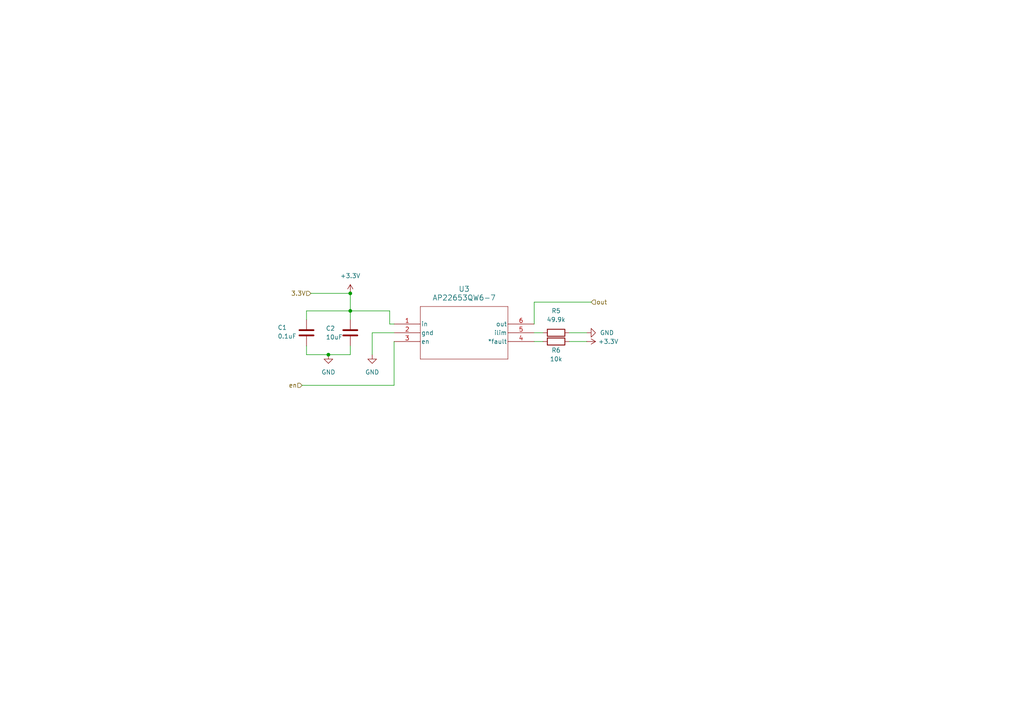
<source format=kicad_sch>
(kicad_sch (version 20250114) (generator "eeschema") (generator_version "9.0")
  (paper "A4")
  (lib_symbols
    (symbol "Device:C" (pin_numbers (hide yes)) (pin_names (offset 0.254))
      (property "Reference" "C" (at 0.635 2.54 0))
      (property "Value" "C" (at 0.635 -2.54 0))
      (symbol "C_0_1"
        (polyline (pts (xy -2.032 0.762) (xy 2.032 0.762)) (stroke (width 0.508)))
        (polyline (pts (xy -2.032 -0.762) (xy 2.032 -0.762)) (stroke (width 0.508)))
      )
      (symbol "C_1_1"
        (pin passive line (at 0 3.81 270) (length 2.794) (name "~") (number "1"))
        (pin passive line (at 0 -3.81 90) (length 2.794) (name "~") (number "2"))
      )
    )
    (symbol "Device:R" (pin_numbers (hide yes)) (pin_names (offset 0))
      (property "Reference" "R" (at 2.032 0 90))
      (property "Value" "R" (at 0 0 90))
      (symbol "R_0_1"
        (rectangle (start -1.016 -2.54) (end 1.016 2.54) (stroke (width 0.254)))
      )
      (symbol "R_1_1"
        (pin passive line (at 0 3.81 270) (length 1.27) (name "~") (number "1"))
        (pin passive line (at 0 -3.81 90) (length 1.27) (name "~") (number "2"))
      )
    )
    (symbol "power:+3.3V" (power) (pin_numbers (hide yes)) (pin_names (offset 0) (hide yes))
      (property "Value" "+3.3V" (at 0 3.556 0))
      (symbol "+3.3V_0_1"
        (polyline (pts (xy -0.762 1.27) (xy 0 2.54)))
        (polyline (pts (xy 0 2.54) (xy 0.762 1.27)))
        (polyline (pts (xy 0 0) (xy 0 2.54)))
      )
      (symbol "+3.3V_1_1"
        (pin power_in line (at 0 0 90) (length 0) (name "~") (number "1"))
      )
    )
    (symbol "power:GND" (power) (pin_numbers (hide yes)) (pin_names (offset 0) (hide yes))
      (property "Value" "GND" (at 0 -3.81 0))
      (symbol "GND_0_1"
        (polyline (pts (xy 0 0) (xy 0 -1.27) (xy 1.27 -1.27) (xy 0 -2.54) (xy -1.27 -1.27) (xy 0 -1.27)))
      )
      (symbol "GND_1_1"
        (pin power_in line (at 0 0 270) (length 0) (name "~") (number "1"))
      )
    )
    (symbol "voltage_switch:AP22653QW6-7" (pin_names (offset 0.254))
      (property "Reference" "U" (at 20.32 10.16 0))
      (property "Value" "AP22653QW6-7" (at 20.32 7.62 0))
      (symbol "AP22653QW6-7_0_1"
        (polyline (pts (xy 7.62 5.08) (xy 7.62 -10.16)) (stroke (width 0.127)))
        (polyline (pts (xy 7.62 -10.16) (xy 33.02 -10.16)) (stroke (width 0.127)))
        (polyline (pts (xy 33.02 5.08) (xy 7.62 5.08)) (stroke (width 0.127)))
        (polyline (pts (xy 33.02 -10.16) (xy 33.02 5.08)) (stroke (width 0.127)))
        (pin input line (at 0 0 0) (length 7.62) (name "in") (number "1"))
        (pin power_out line (at 0 -2.54 0) (length 7.62) (name "gnd") (number "2"))
        (pin input line (at 0 -5.08 0) (length 7.62) (name "en") (number "3"))
        (pin output line (at 40.64 0 180) (length 7.62) (name "out") (number "6"))
        (pin output line (at 40.64 -2.54 180) (length 7.62) (name "ilim") (number "5"))
        (pin output line (at 40.64 -5.08 180) (length 7.62) (name "*fault") (number "4"))
      )
    )
  )
  (junction (at 101.6 85.09))
  (junction (at 95.25 102.87))
  (junction (at 101.6 90.17))
  (wire (pts (xy 157.48 99.06) (xy 154.94 99.06)))
  (wire (pts (xy 165.1 99.06) (xy 170.18 99.06)))
  (wire (pts (xy 107.95 96.52) (xy 107.95 102.87)))
  (wire (pts (xy 107.95 96.52) (xy 114.3 96.52)))
  (wire (pts (xy 165.1 96.52) (xy 170.18 96.52)))
  (wire (pts (xy 154.94 87.63) (xy 171.45 87.63)))
  (wire (pts (xy 154.94 96.52) (xy 157.48 96.52)))
  (wire (pts (xy 101.6 90.17) (xy 101.6 92.71)))
  (wire (pts (xy 87.63 111.76) (xy 114.3 111.76)))
  (wire (pts (xy 114.3 99.06) (xy 114.3 111.76)))
  (wire (pts (xy 154.94 87.63) (xy 154.94 93.98)))
  (wire (pts (xy 113.03 90.17) (xy 101.6 90.17)))
  (wire (pts (xy 113.03 90.17) (xy 113.03 93.98)))
  (wire (pts (xy 101.6 85.09) (xy 101.6 90.17)))
  (wire (pts (xy 88.9 100.33) (xy 88.9 102.87)))
  (wire (pts (xy 101.6 102.87) (xy 101.6 100.33)))
  (wire (pts (xy 88.9 90.17) (xy 88.9 92.71)))
  (wire (pts (xy 90.17 85.09) (xy 101.6 85.09)))
  (wire (pts (xy 88.9 102.87) (xy 95.25 102.87)))
  (wire (pts (xy 95.25 102.87) (xy 101.6 102.87)))
  (wire (pts (xy 113.03 93.98) (xy 114.3 93.98)))
  (wire (pts (xy 88.9 90.17) (xy 101.6 90.17)))
  (hierarchical_label "3.3V" (shape input) (at 90.17 85.09 180))
  (hierarchical_label "out" (shape input) (at 171.45 87.63 0))
  (hierarchical_label "en" (shape input) (at 87.63 111.76 180))
  (symbol (lib_id "power:+3.3V") (at 170.18 99.06 270) (unit 1)
    (property "Reference" "#PWR08" (effects (hide yes)))
    (property "Value" "+3.3V" (at 173.482 99.06 90) (effects (justify left)))
    (property "Description" "Power symbol creates a global label with name \"+3.3V\"" (effects (hide yes)))
  )
  (symbol (lib_id "power:GND") (at 170.18 96.52 90) (unit 1)
    (property "Reference" "#PWR07" (effects (hide yes)))
    (property "Value" "GND" (at 173.99 96.5199 90) (effects (justify right)))
    (property "Description" "Power symbol creates a global label with name \"GND\" , ground" (effects (hide yes)))
  )
  (symbol (lib_id "power:+3.3V") (at 101.6 85.09 0) (unit 1)
    (property "Reference" "#PWR05" (effects (hide yes)))
    (property "Value" "+3.3V" (at 101.6 80.01 0))
    (property "Description" "Power symbol creates a global label with name \"+3.3V\"" (effects (hide yes)))
  )
  (symbol (lib_id "power:GND") (at 95.25 102.87 0) (unit 1)
    (property "Reference" "#PWR04" (effects (hide yes)))
    (property "Value" "GND" (at 95.25 107.95 0))
    (property "Description" "Power symbol creates a global label with name \"GND\" , ground" (effects (hide yes)))
  )
  (symbol (lib_id "Device:R") (at 161.29 96.52 90) (unit 1)
    (property "Reference" "R5" (at 161.29 90.17 90))
    (property "Value" "49.9k" (at 161.29 92.71 90))
    (property "Description" "Resistor" (effects (hide yes)))
  )
  (symbol (lib_id "voltage_switch:AP22653QW6-7") (at 114.3 93.98 0) (unit 1)
    (property "Reference" "U3" (at 134.62 83.82 0) (effects (font (size 1.524 1.524))))
    (property "Value" "AP22653QW6-7" (at 134.62 86.36 0) (effects (font (size 1.524 1.524))))
    (property "Footprint" "footprints:SOT26-A1-AP22653Q_DIO" (effects (hide yes)))
    (property "Datasheet" "AP22653QW6-7" (effects (hide yes)))
  )
  (symbol (lib_id "power:GND") (at 107.95 102.87 0) (unit 1)
    (property "Reference" "#PWR06" (effects (hide yes)))
    (property "Value" "GND" (at 107.95 107.95 0))
    (property "Description" "Power symbol creates a global label with name \"GND\" , ground" (effects (hide yes)))
  )
  (symbol (lib_id "Device:C") (at 88.9 96.52 180) (unit 1)
    (property "Reference" "C1" (at 80.518 94.996 0) (effects (justify right)))
    (property "Value" "0.1uF" (at 80.518 97.536 0) (effects (justify right)))
    (property "Description" "Unpolarized capacitor" (effects (hide yes)))
  )
  (symbol (lib_id "Device:C") (at 101.6 96.52 0) (unit 1)
    (property "Reference" "C2" (at 94.488 95.25 0) (effects (justify left)))
    (property "Value" "10uF" (at 94.488 97.79 0) (effects (justify left)))
    (property "Description" "Unpolarized capacitor" (effects (hide yes)))
  )
  (symbol (lib_id "Device:R") (at 161.29 99.06 270) (unit 1)
    (property "Reference" "R6" (at 161.29 101.6 90))
    (property "Value" "10k" (at 161.29 104.14 90))
    (property "Description" "Resistor" (effects (hide yes)))
  )
)
</source>
